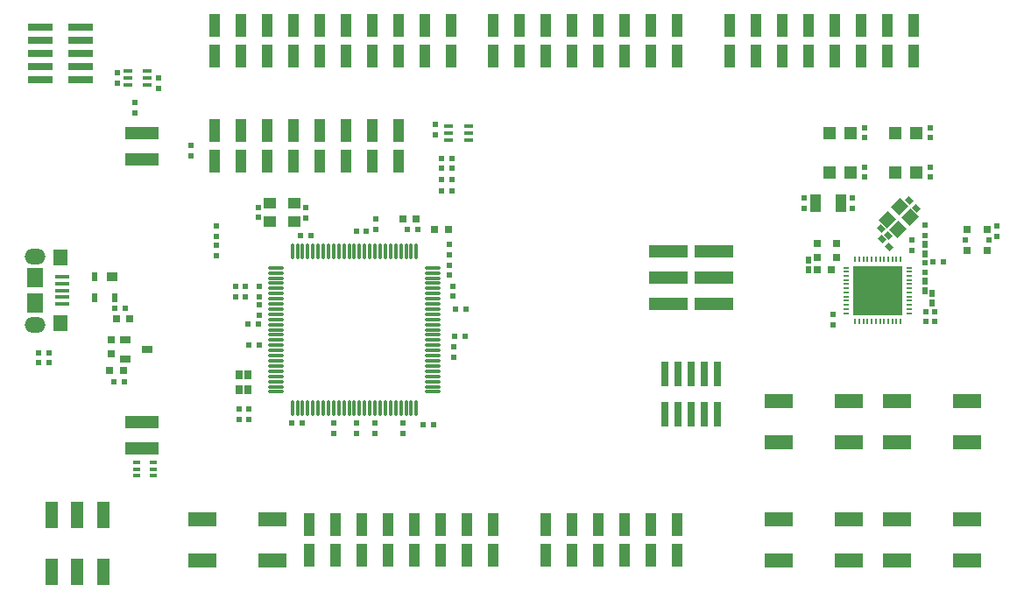
<source format=gtp>
%FSLAX24Y24*%
%MOIN*%
G70*
G01*
G75*
G04 Layer_Color=8421504*
%ADD10C,0.0060*%
%ADD11C,0.0150*%
%ADD12C,0.0138*%
%ADD13C,0.0138*%
%ADD14C,0.0080*%
%ADD15C,0.0080*%
%ADD16C,0.0150*%
%ADD17R,0.0354X0.0138*%
%ADD18R,0.0400X0.0300*%
%ADD19C,0.0394*%
%ADD20R,0.0472X0.0512*%
%ADD21R,0.0315X0.0295*%
%ADD22R,0.0228X0.0197*%
%ADD23R,0.0256X0.0335*%
%ADD24R,0.0551X0.0630*%
%ADD25R,0.0610X0.0748*%
%ADD26R,0.0532X0.0157*%
%ADD27R,0.0394X0.0335*%
%ADD28R,0.0236X0.0335*%
%ADD29R,0.0276X0.0118*%
%ADD30R,0.0472X0.0433*%
%ADD31O,0.0650X0.0118*%
%ADD32O,0.0118X0.0650*%
%ADD33O,0.0256X0.0079*%
%ADD34O,0.0079X0.0256*%
%ADD35R,0.1850X0.1850*%
G04:AMPARAMS|DCode=36|XSize=47.2mil|YSize=43.3mil|CornerRadius=0mil|HoleSize=0mil|Usage=FLASHONLY|Rotation=225.000|XOffset=0mil|YOffset=0mil|HoleType=Round|Shape=Rectangle|*
%AMROTATEDRECTD36*
4,1,4,0.0014,0.0320,0.0320,0.0014,-0.0014,-0.0320,-0.0320,-0.0014,0.0014,0.0320,0.0*
%
%ADD36ROTATEDRECTD36*%

%ADD37R,0.0295X0.0315*%
%ADD38R,0.0197X0.0256*%
%ADD39R,0.0315X0.0295*%
%ADD40R,0.1500X0.0500*%
%ADD41R,0.0402X0.0862*%
%ADD42R,0.1083X0.0551*%
%ADD43R,0.0394X0.0709*%
%ADD44C,0.0079*%
%ADD45R,0.0197X0.0236*%
%ADD46R,0.0472X0.0984*%
%ADD47R,0.0945X0.0299*%
%ADD48C,0.0310*%
%ADD49R,0.1252X0.0500*%
%ADD50R,0.0236X0.0217*%
%ADD51R,0.0217X0.0236*%
G04:AMPARAMS|DCode=52|XSize=19.7mil|YSize=23.6mil|CornerRadius=0mil|HoleSize=0mil|Usage=FLASHONLY|Rotation=45.000|XOffset=0mil|YOffset=0mil|HoleType=Round|Shape=Rectangle|*
%AMROTATEDRECTD52*
4,1,4,0.0014,-0.0153,-0.0153,0.0014,-0.0014,0.0153,0.0153,-0.0014,0.0014,-0.0153,0.0*
%
%ADD52ROTATEDRECTD52*%

%ADD53R,0.0236X0.0197*%
%ADD54R,0.0299X0.0945*%
%ADD55C,0.0100*%
%ADD56C,0.0300*%
%ADD57C,0.0250*%
%ADD58C,0.0200*%
%ADD59C,0.0090*%
%ADD60C,0.0500*%
%ADD61C,0.0450*%
%ADD62R,0.0500X0.0300*%
%ADD63C,0.0591*%
%ADD64O,0.0630X0.0354*%
%ADD65C,0.0390*%
%ADD66C,0.0701*%
%ADD67R,0.0591X0.0591*%
%ADD68C,0.1260*%
%ADD69C,0.0260*%
%ADD70C,0.0240*%
%ADD71R,0.2000X0.2000*%
%ADD72R,0.0874X0.0402*%
%ADD73C,0.0098*%
%ADD74C,0.0059*%
%ADD75C,0.0236*%
%ADD76C,0.0079*%
%ADD77C,0.0050*%
%ADD78C,0.0060*%
%ADD79C,0.0118*%
%ADD80C,0.0110*%
%ADD81C,0.0003*%
%ADD82R,0.0197X0.1575*%
%ADD83O,0.0787X0.0591*%
D17*
X4096Y7824D02*
D03*
Y8080D02*
D03*
Y8336D02*
D03*
X4844D02*
D03*
Y8080D02*
D03*
Y7824D02*
D03*
X16316Y5734D02*
D03*
X16316Y5990D02*
D03*
X16316Y6246D02*
D03*
X17064D02*
D03*
Y5990D02*
D03*
Y5734D02*
D03*
D18*
X4827Y-2244D02*
D03*
X4000Y-2618D02*
D03*
Y-1870D02*
D03*
D20*
X33310Y6000D02*
D03*
X34097D02*
D03*
X33310Y4500D02*
D03*
X34097D02*
D03*
X30810D02*
D03*
X31597D02*
D03*
X30810Y6000D02*
D03*
X31597D02*
D03*
D21*
X36794Y2324D02*
D03*
Y1516D02*
D03*
X36046Y2324D02*
D03*
Y1516D02*
D03*
D22*
X36877Y1920D02*
D03*
X35963D02*
D03*
D23*
X8683Y-3225D02*
D03*
Y-3795D02*
D03*
X8349Y-3225D02*
D03*
Y-3795D02*
D03*
D24*
X1530Y1260D02*
D03*
Y-1260D02*
D03*
D25*
X565Y-472D02*
D03*
Y472D02*
D03*
D26*
X1618Y-512D02*
D03*
Y-256D02*
D03*
Y512D02*
D03*
Y256D02*
D03*
Y0D02*
D03*
D27*
X3521Y534D02*
D03*
D28*
X2852D02*
D03*
X3600Y-274D02*
D03*
X2852D02*
D03*
D29*
X5080Y-6548D02*
D03*
Y-6804D02*
D03*
Y-7060D02*
D03*
X4450Y-6804D02*
D03*
Y-6548D02*
D03*
Y-7060D02*
D03*
D30*
X10446Y3311D02*
D03*
Y2609D02*
D03*
X9506Y3311D02*
D03*
Y2609D02*
D03*
D31*
X15708Y75D02*
D03*
Y272D02*
D03*
Y-319D02*
D03*
Y-122D02*
D03*
Y862D02*
D03*
Y468D02*
D03*
Y665D02*
D03*
Y-1303D02*
D03*
Y-1106D02*
D03*
Y-1697D02*
D03*
Y-1500D02*
D03*
Y-713D02*
D03*
Y-516D02*
D03*
Y-909D02*
D03*
Y-2091D02*
D03*
Y-1894D02*
D03*
Y-2484D02*
D03*
Y-2287D02*
D03*
Y-2681D02*
D03*
Y-3075D02*
D03*
Y-2878D02*
D03*
Y-3469D02*
D03*
Y-3272D02*
D03*
Y-3862D02*
D03*
Y-3665D02*
D03*
X9744Y862D02*
D03*
Y-319D02*
D03*
Y-122D02*
D03*
Y-713D02*
D03*
Y-516D02*
D03*
Y468D02*
D03*
Y665D02*
D03*
Y75D02*
D03*
Y272D02*
D03*
Y-1697D02*
D03*
Y-1500D02*
D03*
Y-2091D02*
D03*
Y-1894D02*
D03*
Y-1106D02*
D03*
Y-909D02*
D03*
Y-1303D02*
D03*
Y-2878D02*
D03*
Y-2287D02*
D03*
Y-2681D02*
D03*
Y-2484D02*
D03*
Y-3272D02*
D03*
Y-3075D02*
D03*
Y-3665D02*
D03*
Y-3469D02*
D03*
Y-3862D02*
D03*
D32*
X15088Y1482D02*
D03*
X14498D02*
D03*
X14301D02*
D03*
X14891D02*
D03*
X14695D02*
D03*
X13710D02*
D03*
X13513D02*
D03*
X14104D02*
D03*
X13907D02*
D03*
X13317D02*
D03*
X13120D02*
D03*
X12923D02*
D03*
X12726D02*
D03*
X12529D02*
D03*
X15088Y-4482D02*
D03*
X13120D02*
D03*
X12923D02*
D03*
X13513D02*
D03*
X13317D02*
D03*
X12529D02*
D03*
X12332D02*
D03*
X12726D02*
D03*
X14498D02*
D03*
X14301D02*
D03*
X14891D02*
D03*
X14695D02*
D03*
X13907D02*
D03*
X13710D02*
D03*
X14104D02*
D03*
X11939Y1482D02*
D03*
X11742D02*
D03*
X12332D02*
D03*
X12136D02*
D03*
X10561D02*
D03*
X11545D02*
D03*
X11348D02*
D03*
X10758D02*
D03*
X10364D02*
D03*
X11151D02*
D03*
X10954D02*
D03*
X11742Y-4482D02*
D03*
X11545D02*
D03*
X12136D02*
D03*
X11939D02*
D03*
X10954D02*
D03*
X10758D02*
D03*
X11348D02*
D03*
X11151D02*
D03*
X10561D02*
D03*
X10364D02*
D03*
D33*
X31459Y79D02*
D03*
Y-79D02*
D03*
Y-551D02*
D03*
Y-394D02*
D03*
Y-236D02*
D03*
Y236D02*
D03*
X33841Y866D02*
D03*
Y551D02*
D03*
Y709D02*
D03*
Y236D02*
D03*
Y394D02*
D03*
Y-79D02*
D03*
Y79D02*
D03*
Y-236D02*
D03*
Y-394D02*
D03*
Y-551D02*
D03*
Y-866D02*
D03*
Y-709D02*
D03*
X31459Y866D02*
D03*
Y551D02*
D03*
Y709D02*
D03*
Y394D02*
D03*
Y-709D02*
D03*
Y-866D02*
D03*
D34*
X33516Y1191D02*
D03*
X33201D02*
D03*
X33044D02*
D03*
X33359D02*
D03*
X32571D02*
D03*
X32414D02*
D03*
X32886D02*
D03*
X32729D02*
D03*
X33516Y-1191D02*
D03*
X33201D02*
D03*
X33044D02*
D03*
X32886D02*
D03*
X33359D02*
D03*
X32571D02*
D03*
X32729D02*
D03*
X32099Y1191D02*
D03*
X31941D02*
D03*
X32256D02*
D03*
X31784D02*
D03*
X32256Y-1191D02*
D03*
X32099D02*
D03*
X32414D02*
D03*
X31784D02*
D03*
X31941D02*
D03*
D35*
X32650Y0D02*
D03*
D36*
X33872Y2782D02*
D03*
X33482Y3171D02*
D03*
X33398Y2308D02*
D03*
X33009Y2698D02*
D03*
D37*
X30876Y800D02*
D03*
X30344D02*
D03*
X3956Y-3060D02*
D03*
X3424D02*
D03*
X15092Y2730D02*
D03*
X14560D02*
D03*
X16316Y2310D02*
D03*
X15784D02*
D03*
X3660Y-1090D02*
D03*
X4192D02*
D03*
D38*
X30010Y773D02*
D03*
Y1147D02*
D03*
X34440Y1393D02*
D03*
Y1767D02*
D03*
X34720Y-477D02*
D03*
Y-103D02*
D03*
X34440Y-27D02*
D03*
Y347D02*
D03*
D39*
X30350Y1776D02*
D03*
Y1244D02*
D03*
X31060Y1776D02*
D03*
Y1244D02*
D03*
X3470Y-1884D02*
D03*
Y-2416D02*
D03*
D40*
X24675Y1500D02*
D03*
X26425D02*
D03*
X24675Y500D02*
D03*
X26425D02*
D03*
X24675Y-500D02*
D03*
X26425D02*
D03*
D41*
X23000Y-8923D02*
D03*
X23000Y-10077D02*
D03*
X25000Y-8923D02*
D03*
X24000D02*
D03*
X21000D02*
D03*
X20000D02*
D03*
X25000Y-10077D02*
D03*
X24000D02*
D03*
X21000D02*
D03*
X20000D02*
D03*
X22000Y-8923D02*
D03*
Y-10077D02*
D03*
X14400Y10077D02*
D03*
X10400D02*
D03*
X14400Y8923D02*
D03*
X10400Y8923D02*
D03*
X16400Y10077D02*
D03*
X15400D02*
D03*
X12400D02*
D03*
X11400D02*
D03*
X9400D02*
D03*
X8400D02*
D03*
X16400Y8923D02*
D03*
X15400D02*
D03*
X12400D02*
D03*
X11400D02*
D03*
X9400D02*
D03*
X8400Y8923D02*
D03*
X13400Y10077D02*
D03*
X7400D02*
D03*
X13400Y8923D02*
D03*
X7400D02*
D03*
X32000Y10077D02*
D03*
X28000D02*
D03*
X32000Y8923D02*
D03*
X28000D02*
D03*
X33000Y10077D02*
D03*
X34000D02*
D03*
X29000D02*
D03*
X30000D02*
D03*
X27000D02*
D03*
X33000Y8923D02*
D03*
X34000D02*
D03*
X29000Y8923D02*
D03*
X30000Y8923D02*
D03*
X27000D02*
D03*
X31000Y10077D02*
D03*
Y8923D02*
D03*
X13400Y6077D02*
D03*
Y4923D02*
D03*
X14400Y6077D02*
D03*
Y4923D02*
D03*
X8400Y6077D02*
D03*
Y4923D02*
D03*
X9400D02*
D03*
Y6077D02*
D03*
X10400Y4923D02*
D03*
Y6077D02*
D03*
X12400Y4923D02*
D03*
Y6077D02*
D03*
X11400Y4923D02*
D03*
Y6077D02*
D03*
X7400D02*
D03*
Y4923D02*
D03*
X13000Y-10077D02*
D03*
X17000D02*
D03*
X13000Y-8923D02*
D03*
X17000D02*
D03*
X12000Y-10077D02*
D03*
X11000D02*
D03*
X16000D02*
D03*
X15000D02*
D03*
X18000D02*
D03*
X12000Y-8923D02*
D03*
X11000D02*
D03*
X16000Y-8923D02*
D03*
X15000Y-8923D02*
D03*
X18000D02*
D03*
X14000Y-10077D02*
D03*
Y-8923D02*
D03*
X23000Y10077D02*
D03*
X19000D02*
D03*
X23000Y8923D02*
D03*
X19000D02*
D03*
X24000Y10077D02*
D03*
X25000D02*
D03*
X20000D02*
D03*
X21000D02*
D03*
X18000D02*
D03*
X24000Y8923D02*
D03*
X25000D02*
D03*
X20000Y8923D02*
D03*
X21000Y8923D02*
D03*
X18000D02*
D03*
X22000Y10077D02*
D03*
Y8923D02*
D03*
D42*
X31529Y-4213D02*
D03*
Y-5787D02*
D03*
X28871Y-4213D02*
D03*
Y-5787D02*
D03*
X36029Y-4213D02*
D03*
Y-5787D02*
D03*
X33371Y-4213D02*
D03*
Y-5787D02*
D03*
X9599Y-8713D02*
D03*
Y-10287D02*
D03*
X6941Y-8713D02*
D03*
Y-10287D02*
D03*
X36029Y-8713D02*
D03*
Y-10287D02*
D03*
X33371Y-8713D02*
D03*
Y-10287D02*
D03*
X31529Y-8713D02*
D03*
Y-10287D02*
D03*
X28871Y-8713D02*
D03*
Y-10287D02*
D03*
D43*
X30268Y3319D02*
D03*
X31252D02*
D03*
D45*
X37190Y2043D02*
D03*
Y2437D02*
D03*
X14576Y-5447D02*
D03*
Y-5053D02*
D03*
X11936Y-5447D02*
D03*
Y-5053D02*
D03*
X34490Y-1197D02*
D03*
Y-803D02*
D03*
X30930Y-1317D02*
D03*
Y-923D02*
D03*
X33940Y1523D02*
D03*
Y1917D02*
D03*
X34440Y2093D02*
D03*
Y2487D02*
D03*
Y673D02*
D03*
Y1067D02*
D03*
X34820Y-1197D02*
D03*
Y-803D02*
D03*
X10886Y2743D02*
D03*
Y3137D02*
D03*
X9066Y2773D02*
D03*
Y3167D02*
D03*
X9096Y-237D02*
D03*
Y157D02*
D03*
X8226Y-237D02*
D03*
Y157D02*
D03*
X16336Y967D02*
D03*
Y573D02*
D03*
X16486Y-227D02*
D03*
Y167D02*
D03*
X16516Y-2143D02*
D03*
Y-2537D02*
D03*
X13556Y2707D02*
D03*
Y2313D02*
D03*
X9096Y-957D02*
D03*
Y-563D02*
D03*
X31660Y3516D02*
D03*
Y3122D02*
D03*
X29850Y3526D02*
D03*
X29850Y3132D02*
D03*
D46*
X3164Y-8547D02*
D03*
X1196D02*
D03*
X2180D02*
D03*
Y-10713D02*
D03*
X1196D02*
D03*
X3164D02*
D03*
D47*
X762Y8010D02*
D03*
Y8510D02*
D03*
Y9010D02*
D03*
Y9510D02*
D03*
Y10010D02*
D03*
X2298Y8010D02*
D03*
Y8510D02*
D03*
Y9010D02*
D03*
Y9510D02*
D03*
Y10010D02*
D03*
D49*
X4650Y-6000D02*
D03*
Y-5000D02*
D03*
Y6000D02*
D03*
Y5000D02*
D03*
D50*
X15333Y-5130D02*
D03*
X15727D02*
D03*
X16983Y-700D02*
D03*
X16589D02*
D03*
X703Y-2380D02*
D03*
X1097D02*
D03*
X16053Y5010D02*
D03*
X16447D02*
D03*
X16053Y3800D02*
D03*
X16447D02*
D03*
X16053Y4640D02*
D03*
X16447D02*
D03*
X16053Y4220D02*
D03*
X16447D02*
D03*
D51*
X7460Y1327D02*
D03*
Y1721D02*
D03*
Y2063D02*
D03*
Y2456D02*
D03*
X13506Y-5053D02*
D03*
Y-5447D02*
D03*
X12796Y-5053D02*
D03*
Y-5447D02*
D03*
X16336Y1737D02*
D03*
Y1343D02*
D03*
X8576Y-237D02*
D03*
Y157D02*
D03*
X8703Y-4907D02*
D03*
Y-4513D02*
D03*
X8329Y-4907D02*
D03*
Y-4513D02*
D03*
X3720Y7883D02*
D03*
Y8277D02*
D03*
X32150Y4697D02*
D03*
Y4303D02*
D03*
X34650D02*
D03*
Y4697D02*
D03*
Y5803D02*
D03*
Y6197D02*
D03*
X32150Y5803D02*
D03*
Y6197D02*
D03*
X6520Y5517D02*
D03*
Y5123D02*
D03*
X4360Y7157D02*
D03*
Y6763D02*
D03*
X5260Y7693D02*
D03*
Y8087D02*
D03*
X15820Y5933D02*
D03*
Y6327D02*
D03*
D52*
X34109Y3131D02*
D03*
X33831Y3409D02*
D03*
X33079Y1661D02*
D03*
X32801Y1939D02*
D03*
X33059Y2081D02*
D03*
X32781Y2359D02*
D03*
D53*
X35147Y1090D02*
D03*
X34753D02*
D03*
X3987Y-3480D02*
D03*
X3593D02*
D03*
X703Y-2740D02*
D03*
X1097D02*
D03*
X11073Y2080D02*
D03*
X10679D02*
D03*
X15133Y2330D02*
D03*
X14739D02*
D03*
X10753Y-5060D02*
D03*
X10359D02*
D03*
X16943Y-1760D02*
D03*
X16549D02*
D03*
X9113Y-2080D02*
D03*
X8719D02*
D03*
X9083Y-1280D02*
D03*
X8689D02*
D03*
X4013Y-690D02*
D03*
X3619D02*
D03*
X13193Y2250D02*
D03*
X12799D02*
D03*
D54*
X26550Y-4718D02*
D03*
X26050D02*
D03*
X25550D02*
D03*
X25050D02*
D03*
X24550D02*
D03*
X26550Y-3182D02*
D03*
X26050D02*
D03*
X25550D02*
D03*
X25050D02*
D03*
X24550D02*
D03*
D83*
X565Y-1299D02*
D03*
Y1299D02*
D03*
M02*

</source>
